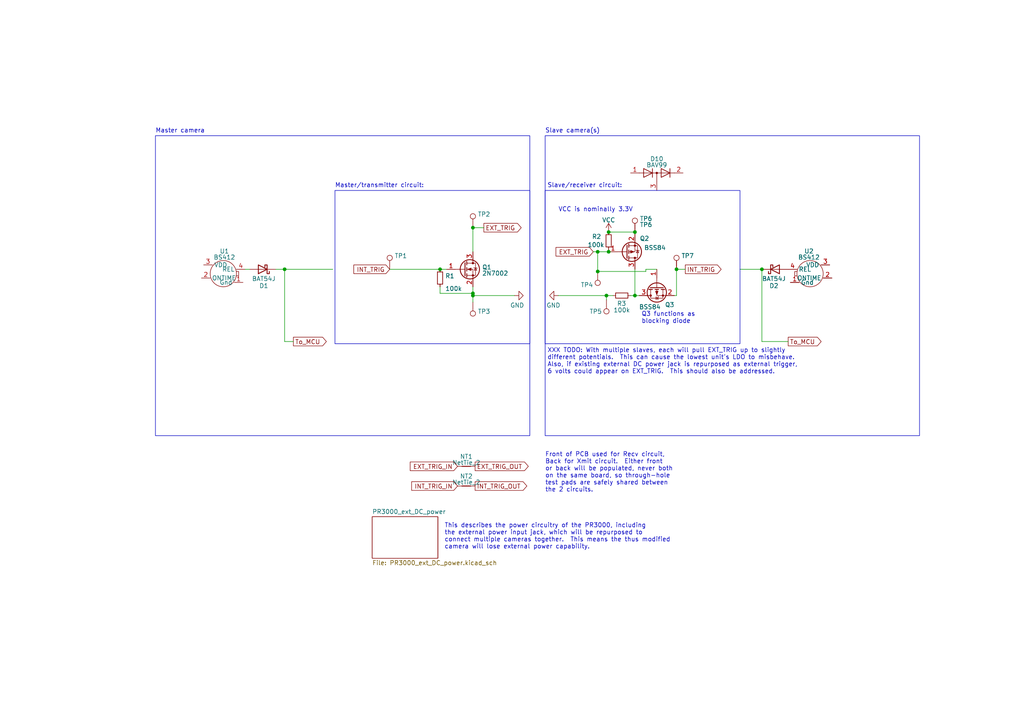
<source format=kicad_sch>
(kicad_sch (version 20220904) (generator eeschema)
  (paper "A4")
  (lib_symbols
    (symbol "Connector:TestPoint" (pin_numbers hide) (pin_names (offset 0.762) hide)
      (property "Reference" "TP" (at 0 6.858 0))
      (property "Value" "TestPoint" (at 0 5.08 0))
      (symbol "TestPoint_0_1"
        (circle (center 0 3.302) (radius 0.762))
      )
      (symbol "TestPoint_1_1"
        (pin passive line (at 0 0 90) (length 2.54) (name "1") (number "1"))
      )
    )
    (symbol "Device:NetTie_2" (pin_numbers hide) (pin_names (offset 0) hide)
      (property "Reference" "NT" (at 0 1.27 0))
      (property "Value" "NetTie_2" (at 0 -1.27 0))
      (symbol "NetTie_2_0_1"
        (polyline (pts (xy -1.27 0) (xy 1.27 0)) (stroke (width 0.254)))
      )
      (symbol "NetTie_2_1_1"
        (pin passive line (at -2.54 0 0) (length 2.54) (name "1") (number "1"))
        (pin passive line (at 2.54 0 180) (length 2.54) (name "2") (number "2"))
      )
    )
    (symbol "Device:R_Small" (pin_numbers hide) (pin_names (offset 0.254) hide)
      (property "Reference" "R" (at 0.762 0.508 0))
      (property "Value" "R_Small" (at 0.762 -1.016 0))
      (symbol "R_Small_0_1"
        (rectangle (start -0.762 1.778) (end 0.762 -1.778) (stroke (width 0.2032)))
      )
      (symbol "R_Small_1_1"
        (pin passive line (at 0 2.54 270) (length 0.762) (name "~") (number "1"))
        (pin passive line (at 0 -2.54 90) (length 0.762) (name "~") (number "2"))
      )
    )
    (symbol "Diode:BAT54J" (pin_numbers hide) (pin_names hide)
      (property "Reference" "D" (at 0 2.54 0))
      (property "Value" "BAT54J" (at 0 -2.54 0))
      (symbol "BAT54J_0_1"
        (polyline (pts (xy 1.27 0) (xy -1.27 0)))
        (polyline (pts (xy 1.27 1.27) (xy 1.27 -1.27) (xy -1.27 0) (xy 1.27 1.27)) (stroke (width 0.254)))
        (polyline (pts (xy -1.905 0.635) (xy -1.905 1.27) (xy -1.27 1.27) (xy -1.27 -1.27) (xy -0.635 -1.27) (xy -0.635 -0.635)) (stroke (width 0.254)))
      )
      (symbol "BAT54J_1_1"
        (pin passive line (at -3.81 0 0) (length 2.54) (name "K") (number "1"))
        (pin passive line (at 3.81 0 180) (length 2.54) (name "A") (number "2"))
      )
    )
    (symbol "Diode:BAV99" (pin_names hide)
      (property "Reference" "D" (at 0 5.08 0))
      (property "Value" "BAV99" (at 0 2.54 0))
      (symbol "BAV99_0_1"
        (polyline (pts (xy -5.08 0) (xy 5.08 0)))
      )
      (symbol "BAV99_1_1"
        (polyline (pts (xy 0 0) (xy 0 -2.54)))
        (polyline (pts (xy -1.27 -1.27) (xy -1.27 1.27) (xy -1.27 1.27)) (stroke (width 0.2032)))
        (polyline (pts (xy 3.81 1.27) (xy 3.81 -1.27) (xy 3.81 -1.27)) (stroke (width 0.2032)))
        (polyline (pts (xy -3.81 1.27) (xy -1.27 0) (xy -3.81 -1.27) (xy -3.81 1.27) (xy -3.81 1.27) (xy -3.81 1.27)) (stroke (width 0.2032)))
        (polyline (pts (xy 1.27 1.27) (xy 3.81 0) (xy 1.27 -1.27) (xy 1.27 1.27) (xy 1.27 1.27) (xy 1.27 1.27)) (stroke (width 0.2032)))
        (circle (center 0 0) (radius 0.254) (fill (type outline)))
        (pin passive line (at -7.62 0 0) (length 2.54) (name "K") (number "1"))
        (pin passive line (at 7.62 0 180) (length 2.54) (name "A") (number "2"))
        (pin passive line (at 0 -5.08 90) (length 2.54) (name "K") (number "3"))
      )
    )
    (symbol "Transistor_FET:2N7002" (pin_names hide)
      (property "Reference" "Q" (at 5.08 1.905 0))
      (property "Value" "2N7002" (at 5.08 0 0))
      (symbol "2N7002_0_1"
        (polyline (pts (xy 0.254 0) (xy -2.54 0)))
        (polyline (pts (xy 0.254 1.905) (xy 0.254 -1.905)) (stroke (width 0.254)))
        (polyline (pts (xy 0.762 -1.27) (xy 0.762 -2.286)) (stroke (width 0.254)))
        (polyline (pts (xy 0.762 0.508) (xy 0.762 -0.508)) (stroke (width 0.254)))
        (polyline (pts (xy 0.762 2.286) (xy 0.762 1.27)) (stroke (width 0.254)))
        (polyline (pts (xy 2.54 2.54) (xy 2.54 1.778)))
        (polyline (pts (xy 2.54 -2.54) (xy 2.54 0) (xy 0.762 0)))
        (polyline (pts (xy 0.762 -1.778) (xy 3.302 -1.778) (xy 3.302 1.778) (xy 0.762 1.778)))
        (polyline (pts (xy 1.016 0) (xy 2.032 0.381) (xy 2.032 -0.381) (xy 1.016 0)) (fill (type outline)))
        (polyline (pts (xy 2.794 0.508) (xy 2.921 0.381) (xy 3.683 0.381) (xy 3.81 0.254)))
        (polyline (pts (xy 3.302 0.381) (xy 2.921 -0.254) (xy 3.683 -0.254) (xy 3.302 0.381)))
        (circle (center 1.651 0) (radius 2.794) (stroke (width 0.254)))
        (circle (center 2.54 -1.778) (radius 0.254) (fill (type outline)))
        (circle (center 2.54 1.778) (radius 0.254) (fill (type outline)))
      )
      (symbol "2N7002_1_1"
        (pin input line (at -5.08 0 0) (length 2.54) (name "G") (number "1"))
        (pin passive line (at 2.54 -5.08 90) (length 2.54) (name "S") (number "2"))
        (pin passive line (at 2.54 5.08 270) (length 2.54) (name "D") (number "3"))
      )
    )
    (symbol "Transistor_FET:BSS84" (pin_names hide)
      (property "Reference" "Q" (at 5.08 1.905 0))
      (property "Value" "BSS84" (at 5.08 0 0))
      (symbol "BSS84_0_1"
        (polyline (pts (xy 0.254 0) (xy -2.54 0)))
        (polyline (pts (xy 0.254 1.905) (xy 0.254 -1.905)) (stroke (width 0.254)))
        (polyline (pts (xy 0.762 -1.27) (xy 0.762 -2.286)) (stroke (width 0.254)))
        (polyline (pts (xy 0.762 0.508) (xy 0.762 -0.508)) (stroke (width 0.254)))
        (polyline (pts (xy 0.762 2.286) (xy 0.762 1.27)) (stroke (width 0.254)))
        (polyline (pts (xy 2.54 2.54) (xy 2.54 1.778)))
        (polyline (pts (xy 2.54 -2.54) (xy 2.54 0) (xy 0.762 0)))
        (polyline (pts (xy 0.762 1.778) (xy 3.302 1.778) (xy 3.302 -1.778) (xy 0.762 -1.778)))
        (polyline (pts (xy 2.286 0) (xy 1.27 0.381) (xy 1.27 -0.381) (xy 2.286 0)) (fill (type outline)))
        (polyline (pts (xy 2.794 -0.508) (xy 2.921 -0.381) (xy 3.683 -0.381) (xy 3.81 -0.254)))
        (polyline (pts (xy 3.302 -0.381) (xy 2.921 0.254) (xy 3.683 0.254) (xy 3.302 -0.381)))
        (circle (center 1.651 0) (radius 2.794) (stroke (width 0.254)))
        (circle (center 2.54 -1.778) (radius 0.254) (fill (type outline)))
        (circle (center 2.54 1.778) (radius 0.254) (fill (type outline)))
      )
      (symbol "BSS84_1_1"
        (pin input line (at -5.08 0 0) (length 2.54) (name "G") (number "1"))
        (pin passive line (at 2.54 -5.08 90) (length 2.54) (name "S") (number "2"))
        (pin passive line (at 2.54 5.08 270) (length 2.54) (name "D") (number "3"))
      )
    )
    (symbol "local:BS412"
      (property "Reference" "U" (at 0 7.62 0))
      (property "Value" "BS412" (at 0 5.08 0))
      (symbol "BS412_0_1"
        (polyline (pts (xy 3.81 -0.635) (xy 4.445 -0.635) (xy 4.445 0.635) (xy 3.81 0.635)))
        (circle (center 0 0) (radius 3.81))
      )
      (symbol "BS412_1_1"
        (pin power_in line (at 5.715 -2.54 180) (length 2.54) (name "Gnd") (number "1"))
        (pin input line (at -6.35 -1.27 0) (length 2.54) (name "ONTIME") (number "2"))
        (pin power_in line (at -5.715 2.54 0) (length 2.54) (name "VDD") (number "3"))
        (pin output line (at 6.35 1.27 180) (length 2.54) (name "REL") (number "4"))
      )
    )
    (symbol "power:GND" (power) (pin_names (offset 0))
      (property "Value" "GND" (at 0 -3.81 0))
      (symbol "GND_0_1"
        (polyline (pts (xy 0 0) (xy 0 -1.27) (xy 1.27 -1.27) (xy 0 -2.54) (xy -1.27 -1.27) (xy 0 -1.27)))
      )
      (symbol "GND_1_1"
        (pin power_in line (at 0 0 270) (length 0) hide (name "GND") (number "1"))
      )
    )
    (symbol "power:VCC" (power) (pin_names (offset 0))
      (property "Value" "VCC" (at 0 3.81 0))
      (symbol "VCC_0_1"
        (polyline (pts (xy -0.762 1.27) (xy 0 2.54)))
        (polyline (pts (xy 0 0) (xy 0 2.54)))
        (polyline (pts (xy 0 2.54) (xy 0.762 1.27)))
      )
      (symbol "VCC_1_1"
        (pin power_in line (at 0 0 90) (length 0) hide (name "VCC") (number "1"))
      )
    )
  )
  (junction (at 184.15 67.31))
  (junction (at 176.53 73.025))
  (junction (at 137.16 66.04))
  (junction (at 196.215 78.105))
  (junction (at 127.635 78.105))
  (junction (at 173.355 73.025))
  (junction (at 175.895 85.725))
  (junction (at 137.16 85.09))
  (junction (at 82.55 78.105))
  (junction (at 137.16 85.725))
  (junction (at 173.355 78.74))
  (junction (at 176.53 67.31))
  (junction (at 220.98 78.105))
  (junction (at 184.15 85.725))
  (wire (pts (xy 214.63 78.105) (xy 220.98 78.105)))
  (wire (pts (xy 196.215 85.725) (xy 196.215 78.105)))
  (wire (pts (xy 195.58 85.725) (xy 196.215 85.725)))
  (wire (pts (xy 113.03 78.105) (xy 127.635 78.105)))
  (wire (pts (xy 175.895 85.725) (xy 177.8 85.725)))
  (wire (pts (xy 182.88 85.725) (xy 184.15 85.725)))
  (wire (pts (xy 85.09 99.06) (xy 82.55 99.06)))
  (wire (pts (xy 184.15 67.945) (xy 184.15 67.31)))
  (wire (pts (xy 82.55 78.105) (xy 96.52 78.105)))
  (wire (pts (xy 173.355 73.025) (xy 173.355 78.74)))
  (wire (pts (xy 220.98 99.06) (xy 220.98 78.105)))
  (wire (pts (xy 187.325 78.105) (xy 187.325 78.74)))
  (wire (pts (xy 184.15 85.725) (xy 185.42 85.725)))
  (wire (pts (xy 173.355 73.025) (xy 176.53 73.025)))
  (wire (pts (xy 71.12 78.105) (xy 72.39 78.105)))
  (wire (pts (xy 161.925 85.725) (xy 175.895 85.725)))
  (wire (pts (xy 172.085 73.025) (xy 173.355 73.025)))
  (wire (pts (xy 137.16 66.04) (xy 137.16 73.025)))
  (wire (pts (xy 176.53 72.39) (xy 176.53 73.025)))
  (wire (pts (xy 175.895 85.725) (xy 175.895 86.995)))
  (wire (pts (xy 137.16 66.04) (xy 140.335 66.04)))
  (wire (pts (xy 196.215 78.105) (xy 198.755 78.105)))
  (wire (pts (xy 137.16 83.185) (xy 137.16 85.09)))
  (wire (pts (xy 82.55 99.06) (xy 82.55 78.105)))
  (wire (pts (xy 127.635 78.105) (xy 129.54 78.105)))
  (wire (pts (xy 127.635 85.09) (xy 137.16 85.09)))
  (wire (pts (xy 220.98 99.06) (xy 228.6 99.06)))
  (wire (pts (xy 137.16 85.725) (xy 149.225 85.725)))
  (wire (pts (xy 184.15 67.31) (xy 176.53 67.31)))
  (wire (pts (xy 137.16 85.725) (xy 137.16 87.63)))
  (wire (pts (xy 187.325 78.74) (xy 173.355 78.74)))
  (wire (pts (xy 184.15 78.105) (xy 184.15 85.725)))
  (wire (pts (xy 190.5 78.105) (xy 187.325 78.105)))
  (wire (pts (xy 127.635 83.185) (xy 127.635 85.09)))
  (wire (pts (xy 137.16 85.09) (xy 137.16 85.725)))
  (wire (pts (xy 80.01 78.105) (xy 82.55 78.105)))
  (rectangle (start 158.115 39.37) (end 266.7 126.365))
  (rectangle (start 97.155 55.245) (end 153.67 99.695))
  (rectangle (start 158.115 55.245) (end 214.63 99.695))
  (rectangle (start 45.085 39.37) (end 153.67 126.365))
  (text "Master camera" (at 45.085 38.735 0) (effects (font (size 1.27 1.27)) (justify left bottom)))
  (text "Front of PCB used for Recv circuit,\nBack for Xmit circuit.  Either front\nor back will be populated, never both\non the same board, so through-hole\ntest pads are safely shared between\nthe 2 circuits." (at 158.115 142.875 0) (effects (font (size 1.27 1.27)) (justify left bottom)))
  (text "Q3 functions as\nblocking diode" (at 186.055 93.98 0) (effects (font (size 1.27 1.27)) (justify left bottom)))
  (text "Slave camera(s)" (at 158.115 38.735 0) (effects (font (size 1.27 1.27)) (justify left bottom)))
  (text "Slave/receiver circuit:" (at 158.75 54.61 0) (effects (font (size 1.27 1.27)) (justify left bottom)))
  (text "VCC is nominally 3.3V" (at 161.925 61.595 0) (effects (font (size 1.27 1.27)) (justify left bottom)))
  (text "Master/transmitter circuit:" (at 97.155 54.61 0) (effects (font (size 1.27 1.27)) (justify left bottom)))
  (text "XXX TODO: With multiple slaves, each will pull EXT_TRIG up to slightly\ndifferent potentials.  This can cause the lowest unit's LDO to misbehave.\nAlso, if existing external DC power jack is repurposed as external trigger,\n6 volts could appear on EXT_TRIG.  This should also be addressed." (at 158.75 108.585 0) (effects (font (size 1.27 1.27)) (justify left bottom)))
  (text "This describes the power circuitry of the PR3000, including\nthe external power input jack, which will be repurposed to\nconnect multiple cameras together.  This means the thus modified\ncamera will lose external power capability." (at 128.905 159.385 0) (effects (font (size 1.27 1.27)) (justify left bottom)))
  (global_label "EXT_TRIG" (shape input) (at 172.085 73.025 180) (property "Intersheetrefs" "${INTERSHEET_REFS}" (effects hide)))
  (global_label "INT_TRIG" (shape input) (at 113.03 78.105 180) (property "Intersheetrefs" "${INTERSHEET_REFS}" (effects hide)))
  (global_label "INT_TRIG_IN" (shape input) (at 132.715 140.97 180) (property "Intersheetrefs" "${INTERSHEET_REFS}" (effects hide)))
  (global_label "EXT_TRIG_OUT" (shape output) (at 137.795 135.255 0) (property "Intersheetrefs" "${INTERSHEET_REFS}" (effects hide)))
  (global_label "INT_TRIG_OUT" (shape output) (at 137.795 140.97 0) (property "Intersheetrefs" "${INTERSHEET_REFS}" (effects hide)))
  (global_label "INT_TRIG" (shape output) (at 198.755 78.105 0) (property "Intersheetrefs" "${INTERSHEET_REFS}" (effects hide)))
  (global_label "EXT_TRIG" (shape output) (at 140.335 66.04 0) (property "Intersheetrefs" "${INTERSHEET_REFS}" (effects hide)))
  (global_label "EXT_TRIG_IN" (shape input) (at 132.715 135.255 180) (property "Intersheetrefs" "${INTERSHEET_REFS}" (effects hide)))
  (global_label "To_MCU" (shape output) (at 228.6 99.06 0) (property "Intersheetrefs" "${INTERSHEET_REFS}" (effects hide)))
  (global_label "To_MCU" (shape output) (at 85.09 99.06 0) (property "Intersheetrefs" "${INTERSHEET_REFS}" (effects hide)))
  (symbol (lib_id "Transistor_FET:2N7002") (at 134.62 78.105 0) (unit 1)
    (default_instance (reference "Q1") (unit 1) (value "2N7002") (footprint "Package_TO_SOT_SMD:SOT-23"))
    (property "Reference" "Q1" (at 139.827 77.5105 0) (effects (justify left)))
    (property "Value" "2N7002" (at 139.827 79.2727 0) (effects (justify left)))
    (property "Footprint" "Package_TO_SOT_SMD:SOT-23" (effects hide))
    (property "Datasheet" "https://www.onsemi.com/pub/Collateral/NDS7002A-D.PDF" (effects hide))
  )
  (symbol (lib_id "Transistor_FET:BSS84") (at 190.5 83.185 90) (mirror x) (unit 1)
    (default_instance (reference "Q3") (unit 1) (value "BSS84") (footprint "Package_TO_SOT_SMD:SOT-23"))
    (property "Reference" "Q3" (at 195.6205 88.392 90) (effects (justify left)))
    (property "Value" "BSS84" (at 191.6677 89.027 90) (effects (justify left)))
    (property "Footprint" "Package_TO_SOT_SMD:SOT-23" (effects hide))
    (property "Datasheet" "http://assets.nexperia.com/documents/data-sheet/BSS84.pdf" (effects hide))
  )
  (symbol (lib_id "Connector:TestPoint") (at 196.215 78.105 0) (unit 1)
    (default_instance (reference "TP7") (unit 1) (value "TP7") (footprint "TestPoint:TestPoint_THTPad_2.0x2.0mm_Drill1.0mm"))
    (property "Reference" "TP7" (at 197.612 74.2085 0) (effects (justify left)))
    (property "Value" "TP7" (effects hide))
    (property "Footprint" "TestPoint:TestPoint_THTPad_2.0x2.0mm_Drill1.0mm" (effects hide))
  )
  (symbol (lib_id "Connector:TestPoint") (at 173.355 78.74 0) (mirror x) (unit 1)
    (default_instance (reference "TP4") (unit 1) (value "xmit_recv_tp") (footprint "TestPoint:TestPoint_THTPad_2.0x2.0mm_Drill1.0mm"))
    (property "Reference" "TP4" (at 168.402 82.6365 0) (effects (justify left)))
    (property "Value" "xmit_recv_tp" (effects hide))
    (property "Footprint" "TestPoint:TestPoint_THTPad_2.0x2.0mm_Drill1.0mm" (effects hide))
  )
  (symbol (lib_id "Connector:TestPoint") (at 184.15 67.31 0) (unit 1)
    (default_instance (reference "TP6") (unit 1) (value "TP6") (footprint "TestPoint:TestPoint_THTPad_2.0x2.0mm_Drill1.0mm"))
    (property "Reference" "TP6" (at 185.547 63.4135 0) (effects (justify left)))
    (property "Value" "TP6" (at 185.547 65.1757 0) (effects (justify left)))
    (property "Footprint" "TestPoint:TestPoint_THTPad_2.0x2.0mm_Drill1.0mm" (effects hide))
  )
  (symbol (lib_id "Connector:TestPoint") (at 137.16 66.04 0) (unit 1) (in_bom no) (on_board no)
    (default_instance (reference "TP2") (unit 1) (value "XMIT_TP") (footprint ""))
    (property "Reference" "TP2" (at 138.557 62.1435 0) (effects (justify left)))
    (property "Value" "XMIT_TP" (effects hide))
  )
  (symbol (lib_id "Device:R_Small") (at 176.53 69.85 0) (unit 1)
    (default_instance (reference "R2") (unit 1) (value "100k") (footprint "Resistor_SMD:R_0603_1608Metric_Pad0.98x0.95mm_HandSolder"))
    (property "Reference" "R2" (at 171.6786 68.6205 0) (effects (justify left)))
    (property "Value" "100k" (at 170.4086 71.0177 0) (effects (justify left)))
    (property "Footprint" "Resistor_SMD:R_0603_1608Metric_Pad0.98x0.95mm_HandSolder" (effects hide))
  )
  (symbol (lib_id "Device:NetTie_2") (at 135.255 140.97 0) (unit 1) (in_bom no) (on_board no)
    (default_instance (reference "NT2") (unit 1) (value "NetTie_2") (footprint ""))
    (property "Reference" "NT2" (at 135.255 138.1379 0))
    (property "Value" "NetTie_2" (at 135.255 139.9001 0))
  )
  (symbol (lib_id "power:VCC") (at 176.53 67.31 0) (unit 1)
    (default_instance (reference "#PWR03") (unit 1) (value "VCC") (footprint ""))
    (property "Reference" "#PWR03" (effects hide))
    (property "Value" "VCC" (at 176.53 63.8271 0))
  )
  (symbol (lib_id "power:GND") (at 161.925 85.725 270) (unit 1)
    (default_instance (reference "#PWR02") (unit 1) (value "GND") (footprint ""))
    (property "Reference" "#PWR02" (effects hide))
    (property "Value" "GND" (at 162.5601 88.5516 90) (effects (justify right)))
  )
  (symbol (lib_id "Connector:TestPoint") (at 113.03 78.105 0) (unit 1) (in_bom no) (on_board no)
    (default_instance (reference "TP1") (unit 1) (value "TP1") (footprint ""))
    (property "Reference" "TP1" (at 114.427 74.2085 0) (effects (justify left)))
    (property "Value" "TP1" (effects hide))
  )
  (symbol (lib_id "Transistor_FET:BSS84") (at 181.61 73.025 0) (mirror x) (unit 1)
    (default_instance (reference "Q2") (unit 1) (value "BSS84") (footprint "Package_TO_SOT_SMD:SOT-23"))
    (property "Reference" "Q2" (at 185.547 69.1745 0) (effects (justify left)))
    (property "Value" "BSS84" (at 186.817 71.8573 0) (effects (justify left)))
    (property "Footprint" "Package_TO_SOT_SMD:SOT-23" (effects hide))
    (property "Datasheet" "http://assets.nexperia.com/documents/data-sheet/BSS84.pdf" (effects hide))
  )
  (symbol (lib_id "Device:NetTie_2") (at 135.255 135.255 0) (unit 1) (in_bom no) (on_board no)
    (default_instance (reference "NT1") (unit 1) (value "NetTie_2") (footprint ""))
    (property "Reference" "NT1" (at 135.255 132.4229 0))
    (property "Value" "NetTie_2" (at 135.255 134.1851 0))
  )
  (symbol (lib_id "local:BS412") (at 234.95 79.375 0) (mirror y) (unit 1) (in_bom no) (on_board no)
    (default_instance (reference "U2") (unit 1) (value "BS412") (footprint ""))
    (property "Reference" "U2" (at 234.6325 72.8599 0))
    (property "Value" "BS412" (at 234.6325 74.6221 0))
  )
  (symbol (lib_id "Connector:TestPoint") (at 137.16 87.63 180) (unit 1) (in_bom no) (on_board no)
    (default_instance (reference "TP3") (unit 1) (value "GND_TP") (footprint ""))
    (property "Reference" "TP3" (at 138.557 90.3375 0) (effects (justify right)))
    (property "Value" "GND_TP" (effects hide))
  )
  (symbol (lib_id "Diode:BAV99") (at 190.5 50.165 0) (unit 1)
    (default_instance (reference "D10") (unit 1) (value "BAV99") (footprint "Package_TO_SOT_SMD:SOT-23"))
    (property "Reference" "D10" (at 190.5 46.0883 0))
    (property "Value" "BAV99" (at 190.5 47.8505 0))
    (property "Footprint" "Package_TO_SOT_SMD:SOT-23" (effects hide))
    (property "Datasheet" "https://assets.nexperia.com/documents/data-sheet/BAV99_SER.pdf" (effects hide))
  )
  (symbol (lib_id "power:GND") (at 149.225 85.725 90) (unit 1)
    (default_instance (reference "#PWR0101") (unit 1) (value "GND") (footprint ""))
    (property "Reference" "#PWR0101" (effects hide))
    (property "Value" "GND" (at 147.955 88.5516 90) (effects (justify right)))
  )
  (symbol (lib_id "Diode:BAT54J") (at 76.2 78.105 180) (unit 1) (in_bom no) (on_board no)
    (default_instance (reference "D1") (unit 1) (value "BAT54J") (footprint "Diode_SMD:D_SOD-323F"))
    (property "Reference" "D1" (at 76.5175 82.8929 0))
    (property "Value" "BAT54J" (at 76.5175 80.8451 0))
    (property "Footprint" "Diode_SMD:D_SOD-323F" (effects hide))
    (property "Datasheet" "https://assets.nexperia.com/documents/data-sheet/BAT54J.pdf" (effects hide))
  )
  (symbol (lib_id "Diode:BAT54J") (at 224.79 78.105 0) (mirror x) (unit 1) (in_bom no) (on_board no)
    (default_instance (reference "D3") (unit 1) (value "BAT54J") (footprint "Diode_SMD:D_SOD-323F"))
    (property "Reference" "D2" (at 224.4725 82.8929 0))
    (property "Value" "BAT54J" (at 224.4725 80.8451 0))
    (property "Footprint" "Diode_SMD:D_SOD-323F" (effects hide))
    (property "Datasheet" "https://assets.nexperia.com/documents/data-sheet/BAT54J.pdf" (effects hide))
  )
  (symbol (lib_id "Device:R_Small") (at 127.635 80.645 0) (unit 1)
    (default_instance (reference "R1") (unit 1) (value "100k") (footprint "Resistor_SMD:R_0603_1608Metric_Pad0.98x0.95mm_HandSolder"))
    (property "Reference" "R1" (at 129.1336 80.0505 0) (effects (justify left)))
    (property "Value" "100k" (at 129.1336 83.7177 0) (effects (justify left)))
    (property "Footprint" "Resistor_SMD:R_0603_1608Metric_Pad0.98x0.95mm_HandSolder" (effects hide))
  )
  (symbol (lib_id "Connector:TestPoint") (at 175.895 86.995 180) (unit 1)
    (default_instance (reference "TP5") (unit 1) (value "GND_TP") (footprint "TestPoint:TestPoint_THTPad_2.0x2.0mm_Drill1.0mm"))
    (property "Reference" "TP5" (at 170.942 90.3375 0) (effects (justify right)))
    (property "Value" "GND_TP" (effects hide))
    (property "Footprint" "TestPoint:TestPoint_THTPad_2.0x2.0mm_Drill1.0mm" (effects hide))
  )
  (symbol (lib_id "local:BS412") (at 64.77 79.375 0) (unit 1) (in_bom no) (on_board no)
    (default_instance (reference "U1") (unit 1) (value "BS412") (footprint ""))
    (property "Reference" "U1" (at 65.0875 72.8599 0))
    (property "Value" "BS412" (at 65.0875 74.6221 0))
  )
  (symbol (lib_id "Device:R_Small") (at 180.34 85.725 90) (unit 1)
    (default_instance (reference "R3") (unit 1) (value "100k") (footprint "Resistor_SMD:R_0603_1608Metric_Pad0.98x0.95mm_HandSolder"))
    (property "Reference" "R3" (at 181.6505 88.0364 90) (effects (justify left)))
    (property "Value" "100k" (at 182.7777 89.9414 90) (effects (justify left)))
    (property "Footprint" "Resistor_SMD:R_0603_1608Metric_Pad0.98x0.95mm_HandSolder" (effects hide))
  )
  (sheet (at 107.95 149.86) (size 19.05 12.065) (stroke (width 0.1524))
    (property "Sheetname" "PR3000_ext_DC_power" (at 107.95 149.1484 0) (effects (justify left bottom)))
    (property "Sheetfile" "PR3000_ext_DC_power.kicad_sch" (at 107.95 162.5096 0) (effects (justify left top)))
  )
)
</source>
